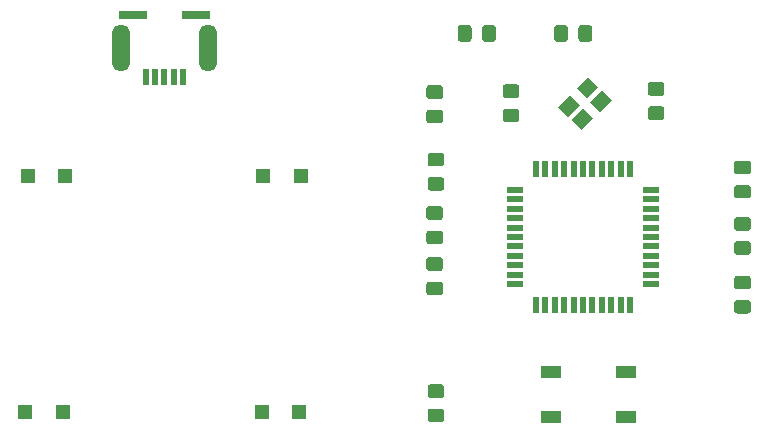
<source format=gbp>
G04 #@! TF.GenerationSoftware,KiCad,Pcbnew,(5.1.5)-3*
G04 #@! TF.CreationDate,2020-04-12T12:06:53+02:00*
G04 #@! TF.ProjectId,4Keys,344b6579-732e-46b6-9963-61645f706362,rev?*
G04 #@! TF.SameCoordinates,Original*
G04 #@! TF.FileFunction,Paste,Bot*
G04 #@! TF.FilePolarity,Positive*
%FSLAX46Y46*%
G04 Gerber Fmt 4.6, Leading zero omitted, Abs format (unit mm)*
G04 Created by KiCad (PCBNEW (5.1.5)-3) date 2020-04-12 12:06:53*
%MOMM*%
%LPD*%
G04 APERTURE LIST*
%ADD10C,0.100000*%
%ADD11R,1.200000X1.200000*%
%ADD12R,2.350000X0.800000*%
%ADD13R,0.500000X1.400000*%
%ADD14O,1.500000X4.000000*%
%ADD15R,1.700000X1.000000*%
%ADD16R,0.508000X1.473200*%
%ADD17R,1.473200X0.508000*%
G04 APERTURE END LIST*
D10*
G36*
X151224505Y-53613704D02*
G01*
X151248773Y-53617304D01*
X151272572Y-53623265D01*
X151295671Y-53631530D01*
X151317850Y-53642020D01*
X151338893Y-53654632D01*
X151358599Y-53669247D01*
X151376777Y-53685723D01*
X151393253Y-53703901D01*
X151407868Y-53723607D01*
X151420480Y-53744650D01*
X151430970Y-53766829D01*
X151439235Y-53789928D01*
X151445196Y-53813727D01*
X151448796Y-53837995D01*
X151450000Y-53862499D01*
X151450000Y-54512501D01*
X151448796Y-54537005D01*
X151445196Y-54561273D01*
X151439235Y-54585072D01*
X151430970Y-54608171D01*
X151420480Y-54630350D01*
X151407868Y-54651393D01*
X151393253Y-54671099D01*
X151376777Y-54689277D01*
X151358599Y-54705753D01*
X151338893Y-54720368D01*
X151317850Y-54732980D01*
X151295671Y-54743470D01*
X151272572Y-54751735D01*
X151248773Y-54757696D01*
X151224505Y-54761296D01*
X151200001Y-54762500D01*
X150299999Y-54762500D01*
X150275495Y-54761296D01*
X150251227Y-54757696D01*
X150227428Y-54751735D01*
X150204329Y-54743470D01*
X150182150Y-54732980D01*
X150161107Y-54720368D01*
X150141401Y-54705753D01*
X150123223Y-54689277D01*
X150106747Y-54671099D01*
X150092132Y-54651393D01*
X150079520Y-54630350D01*
X150069030Y-54608171D01*
X150060765Y-54585072D01*
X150054804Y-54561273D01*
X150051204Y-54537005D01*
X150050000Y-54512501D01*
X150050000Y-53862499D01*
X150051204Y-53837995D01*
X150054804Y-53813727D01*
X150060765Y-53789928D01*
X150069030Y-53766829D01*
X150079520Y-53744650D01*
X150092132Y-53723607D01*
X150106747Y-53703901D01*
X150123223Y-53685723D01*
X150141401Y-53669247D01*
X150161107Y-53654632D01*
X150182150Y-53642020D01*
X150204329Y-53631530D01*
X150227428Y-53623265D01*
X150251227Y-53617304D01*
X150275495Y-53613704D01*
X150299999Y-53612500D01*
X151200001Y-53612500D01*
X151224505Y-53613704D01*
G37*
G36*
X151224505Y-51563704D02*
G01*
X151248773Y-51567304D01*
X151272572Y-51573265D01*
X151295671Y-51581530D01*
X151317850Y-51592020D01*
X151338893Y-51604632D01*
X151358599Y-51619247D01*
X151376777Y-51635723D01*
X151393253Y-51653901D01*
X151407868Y-51673607D01*
X151420480Y-51694650D01*
X151430970Y-51716829D01*
X151439235Y-51739928D01*
X151445196Y-51763727D01*
X151448796Y-51787995D01*
X151450000Y-51812499D01*
X151450000Y-52462501D01*
X151448796Y-52487005D01*
X151445196Y-52511273D01*
X151439235Y-52535072D01*
X151430970Y-52558171D01*
X151420480Y-52580350D01*
X151407868Y-52601393D01*
X151393253Y-52621099D01*
X151376777Y-52639277D01*
X151358599Y-52655753D01*
X151338893Y-52670368D01*
X151317850Y-52682980D01*
X151295671Y-52693470D01*
X151272572Y-52701735D01*
X151248773Y-52707696D01*
X151224505Y-52711296D01*
X151200001Y-52712500D01*
X150299999Y-52712500D01*
X150275495Y-52711296D01*
X150251227Y-52707696D01*
X150227428Y-52701735D01*
X150204329Y-52693470D01*
X150182150Y-52682980D01*
X150161107Y-52670368D01*
X150141401Y-52655753D01*
X150123223Y-52639277D01*
X150106747Y-52621099D01*
X150092132Y-52601393D01*
X150079520Y-52580350D01*
X150069030Y-52558171D01*
X150060765Y-52535072D01*
X150054804Y-52511273D01*
X150051204Y-52487005D01*
X150050000Y-52462501D01*
X150050000Y-51812499D01*
X150051204Y-51787995D01*
X150054804Y-51763727D01*
X150060765Y-51739928D01*
X150069030Y-51716829D01*
X150079520Y-51694650D01*
X150092132Y-51673607D01*
X150106747Y-51653901D01*
X150123223Y-51635723D01*
X150141401Y-51619247D01*
X150161107Y-51604632D01*
X150182150Y-51592020D01*
X150204329Y-51581530D01*
X150227428Y-51573265D01*
X150251227Y-51567304D01*
X150275495Y-51563704D01*
X150299999Y-51562500D01*
X151200001Y-51562500D01*
X151224505Y-51563704D01*
G37*
G36*
X163505755Y-51376204D02*
G01*
X163530023Y-51379804D01*
X163553822Y-51385765D01*
X163576921Y-51394030D01*
X163599100Y-51404520D01*
X163620143Y-51417132D01*
X163639849Y-51431747D01*
X163658027Y-51448223D01*
X163674503Y-51466401D01*
X163689118Y-51486107D01*
X163701730Y-51507150D01*
X163712220Y-51529329D01*
X163720485Y-51552428D01*
X163726446Y-51576227D01*
X163730046Y-51600495D01*
X163731250Y-51624999D01*
X163731250Y-52275001D01*
X163730046Y-52299505D01*
X163726446Y-52323773D01*
X163720485Y-52347572D01*
X163712220Y-52370671D01*
X163701730Y-52392850D01*
X163689118Y-52413893D01*
X163674503Y-52433599D01*
X163658027Y-52451777D01*
X163639849Y-52468253D01*
X163620143Y-52482868D01*
X163599100Y-52495480D01*
X163576921Y-52505970D01*
X163553822Y-52514235D01*
X163530023Y-52520196D01*
X163505755Y-52523796D01*
X163481251Y-52525000D01*
X162581249Y-52525000D01*
X162556745Y-52523796D01*
X162532477Y-52520196D01*
X162508678Y-52514235D01*
X162485579Y-52505970D01*
X162463400Y-52495480D01*
X162442357Y-52482868D01*
X162422651Y-52468253D01*
X162404473Y-52451777D01*
X162387997Y-52433599D01*
X162373382Y-52413893D01*
X162360770Y-52392850D01*
X162350280Y-52370671D01*
X162342015Y-52347572D01*
X162336054Y-52323773D01*
X162332454Y-52299505D01*
X162331250Y-52275001D01*
X162331250Y-51624999D01*
X162332454Y-51600495D01*
X162336054Y-51576227D01*
X162342015Y-51552428D01*
X162350280Y-51529329D01*
X162360770Y-51507150D01*
X162373382Y-51486107D01*
X162387997Y-51466401D01*
X162404473Y-51448223D01*
X162422651Y-51431747D01*
X162442357Y-51417132D01*
X162463400Y-51404520D01*
X162485579Y-51394030D01*
X162508678Y-51385765D01*
X162532477Y-51379804D01*
X162556745Y-51376204D01*
X162581249Y-51375000D01*
X163481251Y-51375000D01*
X163505755Y-51376204D01*
G37*
G36*
X163505755Y-53426204D02*
G01*
X163530023Y-53429804D01*
X163553822Y-53435765D01*
X163576921Y-53444030D01*
X163599100Y-53454520D01*
X163620143Y-53467132D01*
X163639849Y-53481747D01*
X163658027Y-53498223D01*
X163674503Y-53516401D01*
X163689118Y-53536107D01*
X163701730Y-53557150D01*
X163712220Y-53579329D01*
X163720485Y-53602428D01*
X163726446Y-53626227D01*
X163730046Y-53650495D01*
X163731250Y-53674999D01*
X163731250Y-54325001D01*
X163730046Y-54349505D01*
X163726446Y-54373773D01*
X163720485Y-54397572D01*
X163712220Y-54420671D01*
X163701730Y-54442850D01*
X163689118Y-54463893D01*
X163674503Y-54483599D01*
X163658027Y-54501777D01*
X163639849Y-54518253D01*
X163620143Y-54532868D01*
X163599100Y-54545480D01*
X163576921Y-54555970D01*
X163553822Y-54564235D01*
X163530023Y-54570196D01*
X163505755Y-54573796D01*
X163481251Y-54575000D01*
X162581249Y-54575000D01*
X162556745Y-54573796D01*
X162532477Y-54570196D01*
X162508678Y-54564235D01*
X162485579Y-54555970D01*
X162463400Y-54545480D01*
X162442357Y-54532868D01*
X162422651Y-54518253D01*
X162404473Y-54501777D01*
X162387997Y-54483599D01*
X162373382Y-54463893D01*
X162360770Y-54442850D01*
X162350280Y-54420671D01*
X162342015Y-54397572D01*
X162336054Y-54373773D01*
X162332454Y-54349505D01*
X162331250Y-54325001D01*
X162331250Y-53674999D01*
X162332454Y-53650495D01*
X162336054Y-53626227D01*
X162342015Y-53602428D01*
X162350280Y-53579329D01*
X162360770Y-53557150D01*
X162373382Y-53536107D01*
X162387997Y-53516401D01*
X162404473Y-53498223D01*
X162422651Y-53481747D01*
X162442357Y-53467132D01*
X162463400Y-53454520D01*
X162485579Y-53444030D01*
X162508678Y-53435765D01*
X162532477Y-53429804D01*
X162556745Y-53426204D01*
X162581249Y-53425000D01*
X163481251Y-53425000D01*
X163505755Y-53426204D01*
G37*
G36*
X170818255Y-67769954D02*
G01*
X170842523Y-67773554D01*
X170866322Y-67779515D01*
X170889421Y-67787780D01*
X170911600Y-67798270D01*
X170932643Y-67810882D01*
X170952349Y-67825497D01*
X170970527Y-67841973D01*
X170987003Y-67860151D01*
X171001618Y-67879857D01*
X171014230Y-67900900D01*
X171024720Y-67923079D01*
X171032985Y-67946178D01*
X171038946Y-67969977D01*
X171042546Y-67994245D01*
X171043750Y-68018749D01*
X171043750Y-68668751D01*
X171042546Y-68693255D01*
X171038946Y-68717523D01*
X171032985Y-68741322D01*
X171024720Y-68764421D01*
X171014230Y-68786600D01*
X171001618Y-68807643D01*
X170987003Y-68827349D01*
X170970527Y-68845527D01*
X170952349Y-68862003D01*
X170932643Y-68876618D01*
X170911600Y-68889230D01*
X170889421Y-68899720D01*
X170866322Y-68907985D01*
X170842523Y-68913946D01*
X170818255Y-68917546D01*
X170793751Y-68918750D01*
X169893749Y-68918750D01*
X169869245Y-68917546D01*
X169844977Y-68913946D01*
X169821178Y-68907985D01*
X169798079Y-68899720D01*
X169775900Y-68889230D01*
X169754857Y-68876618D01*
X169735151Y-68862003D01*
X169716973Y-68845527D01*
X169700497Y-68827349D01*
X169685882Y-68807643D01*
X169673270Y-68786600D01*
X169662780Y-68764421D01*
X169654515Y-68741322D01*
X169648554Y-68717523D01*
X169644954Y-68693255D01*
X169643750Y-68668751D01*
X169643750Y-68018749D01*
X169644954Y-67994245D01*
X169648554Y-67969977D01*
X169654515Y-67946178D01*
X169662780Y-67923079D01*
X169673270Y-67900900D01*
X169685882Y-67879857D01*
X169700497Y-67860151D01*
X169716973Y-67841973D01*
X169735151Y-67825497D01*
X169754857Y-67810882D01*
X169775900Y-67798270D01*
X169798079Y-67787780D01*
X169821178Y-67779515D01*
X169844977Y-67773554D01*
X169869245Y-67769954D01*
X169893749Y-67768750D01*
X170793751Y-67768750D01*
X170818255Y-67769954D01*
G37*
G36*
X170818255Y-69819954D02*
G01*
X170842523Y-69823554D01*
X170866322Y-69829515D01*
X170889421Y-69837780D01*
X170911600Y-69848270D01*
X170932643Y-69860882D01*
X170952349Y-69875497D01*
X170970527Y-69891973D01*
X170987003Y-69910151D01*
X171001618Y-69929857D01*
X171014230Y-69950900D01*
X171024720Y-69973079D01*
X171032985Y-69996178D01*
X171038946Y-70019977D01*
X171042546Y-70044245D01*
X171043750Y-70068749D01*
X171043750Y-70718751D01*
X171042546Y-70743255D01*
X171038946Y-70767523D01*
X171032985Y-70791322D01*
X171024720Y-70814421D01*
X171014230Y-70836600D01*
X171001618Y-70857643D01*
X170987003Y-70877349D01*
X170970527Y-70895527D01*
X170952349Y-70912003D01*
X170932643Y-70926618D01*
X170911600Y-70939230D01*
X170889421Y-70949720D01*
X170866322Y-70957985D01*
X170842523Y-70963946D01*
X170818255Y-70967546D01*
X170793751Y-70968750D01*
X169893749Y-70968750D01*
X169869245Y-70967546D01*
X169844977Y-70963946D01*
X169821178Y-70957985D01*
X169798079Y-70949720D01*
X169775900Y-70939230D01*
X169754857Y-70926618D01*
X169735151Y-70912003D01*
X169716973Y-70895527D01*
X169700497Y-70877349D01*
X169685882Y-70857643D01*
X169673270Y-70836600D01*
X169662780Y-70814421D01*
X169654515Y-70791322D01*
X169648554Y-70767523D01*
X169644954Y-70743255D01*
X169643750Y-70718751D01*
X169643750Y-70068749D01*
X169644954Y-70044245D01*
X169648554Y-70019977D01*
X169654515Y-69996178D01*
X169662780Y-69973079D01*
X169673270Y-69950900D01*
X169685882Y-69929857D01*
X169700497Y-69910151D01*
X169716973Y-69891973D01*
X169735151Y-69875497D01*
X169754857Y-69860882D01*
X169775900Y-69848270D01*
X169798079Y-69837780D01*
X169821178Y-69829515D01*
X169844977Y-69823554D01*
X169869245Y-69819954D01*
X169893749Y-69818750D01*
X170793751Y-69818750D01*
X170818255Y-69819954D01*
G37*
G36*
X170818255Y-60076204D02*
G01*
X170842523Y-60079804D01*
X170866322Y-60085765D01*
X170889421Y-60094030D01*
X170911600Y-60104520D01*
X170932643Y-60117132D01*
X170952349Y-60131747D01*
X170970527Y-60148223D01*
X170987003Y-60166401D01*
X171001618Y-60186107D01*
X171014230Y-60207150D01*
X171024720Y-60229329D01*
X171032985Y-60252428D01*
X171038946Y-60276227D01*
X171042546Y-60300495D01*
X171043750Y-60324999D01*
X171043750Y-60975001D01*
X171042546Y-60999505D01*
X171038946Y-61023773D01*
X171032985Y-61047572D01*
X171024720Y-61070671D01*
X171014230Y-61092850D01*
X171001618Y-61113893D01*
X170987003Y-61133599D01*
X170970527Y-61151777D01*
X170952349Y-61168253D01*
X170932643Y-61182868D01*
X170911600Y-61195480D01*
X170889421Y-61205970D01*
X170866322Y-61214235D01*
X170842523Y-61220196D01*
X170818255Y-61223796D01*
X170793751Y-61225000D01*
X169893749Y-61225000D01*
X169869245Y-61223796D01*
X169844977Y-61220196D01*
X169821178Y-61214235D01*
X169798079Y-61205970D01*
X169775900Y-61195480D01*
X169754857Y-61182868D01*
X169735151Y-61168253D01*
X169716973Y-61151777D01*
X169700497Y-61133599D01*
X169685882Y-61113893D01*
X169673270Y-61092850D01*
X169662780Y-61070671D01*
X169654515Y-61047572D01*
X169648554Y-61023773D01*
X169644954Y-60999505D01*
X169643750Y-60975001D01*
X169643750Y-60324999D01*
X169644954Y-60300495D01*
X169648554Y-60276227D01*
X169654515Y-60252428D01*
X169662780Y-60229329D01*
X169673270Y-60207150D01*
X169685882Y-60186107D01*
X169700497Y-60166401D01*
X169716973Y-60148223D01*
X169735151Y-60131747D01*
X169754857Y-60117132D01*
X169775900Y-60104520D01*
X169798079Y-60094030D01*
X169821178Y-60085765D01*
X169844977Y-60079804D01*
X169869245Y-60076204D01*
X169893749Y-60075000D01*
X170793751Y-60075000D01*
X170818255Y-60076204D01*
G37*
G36*
X170818255Y-58026204D02*
G01*
X170842523Y-58029804D01*
X170866322Y-58035765D01*
X170889421Y-58044030D01*
X170911600Y-58054520D01*
X170932643Y-58067132D01*
X170952349Y-58081747D01*
X170970527Y-58098223D01*
X170987003Y-58116401D01*
X171001618Y-58136107D01*
X171014230Y-58157150D01*
X171024720Y-58179329D01*
X171032985Y-58202428D01*
X171038946Y-58226227D01*
X171042546Y-58250495D01*
X171043750Y-58274999D01*
X171043750Y-58925001D01*
X171042546Y-58949505D01*
X171038946Y-58973773D01*
X171032985Y-58997572D01*
X171024720Y-59020671D01*
X171014230Y-59042850D01*
X171001618Y-59063893D01*
X170987003Y-59083599D01*
X170970527Y-59101777D01*
X170952349Y-59118253D01*
X170932643Y-59132868D01*
X170911600Y-59145480D01*
X170889421Y-59155970D01*
X170866322Y-59164235D01*
X170842523Y-59170196D01*
X170818255Y-59173796D01*
X170793751Y-59175000D01*
X169893749Y-59175000D01*
X169869245Y-59173796D01*
X169844977Y-59170196D01*
X169821178Y-59164235D01*
X169798079Y-59155970D01*
X169775900Y-59145480D01*
X169754857Y-59132868D01*
X169735151Y-59118253D01*
X169716973Y-59101777D01*
X169700497Y-59083599D01*
X169685882Y-59063893D01*
X169673270Y-59042850D01*
X169662780Y-59020671D01*
X169654515Y-58997572D01*
X169648554Y-58973773D01*
X169644954Y-58949505D01*
X169643750Y-58925001D01*
X169643750Y-58274999D01*
X169644954Y-58250495D01*
X169648554Y-58226227D01*
X169654515Y-58202428D01*
X169662780Y-58179329D01*
X169673270Y-58157150D01*
X169685882Y-58136107D01*
X169700497Y-58116401D01*
X169716973Y-58098223D01*
X169735151Y-58081747D01*
X169754857Y-58067132D01*
X169775900Y-58054520D01*
X169798079Y-58044030D01*
X169821178Y-58035765D01*
X169844977Y-58029804D01*
X169869245Y-58026204D01*
X169893749Y-58025000D01*
X170793751Y-58025000D01*
X170818255Y-58026204D01*
G37*
G36*
X144849505Y-59413704D02*
G01*
X144873773Y-59417304D01*
X144897572Y-59423265D01*
X144920671Y-59431530D01*
X144942850Y-59442020D01*
X144963893Y-59454632D01*
X144983599Y-59469247D01*
X145001777Y-59485723D01*
X145018253Y-59503901D01*
X145032868Y-59523607D01*
X145045480Y-59544650D01*
X145055970Y-59566829D01*
X145064235Y-59589928D01*
X145070196Y-59613727D01*
X145073796Y-59637995D01*
X145075000Y-59662499D01*
X145075000Y-60312501D01*
X145073796Y-60337005D01*
X145070196Y-60361273D01*
X145064235Y-60385072D01*
X145055970Y-60408171D01*
X145045480Y-60430350D01*
X145032868Y-60451393D01*
X145018253Y-60471099D01*
X145001777Y-60489277D01*
X144983599Y-60505753D01*
X144963893Y-60520368D01*
X144942850Y-60532980D01*
X144920671Y-60543470D01*
X144897572Y-60551735D01*
X144873773Y-60557696D01*
X144849505Y-60561296D01*
X144825001Y-60562500D01*
X143924999Y-60562500D01*
X143900495Y-60561296D01*
X143876227Y-60557696D01*
X143852428Y-60551735D01*
X143829329Y-60543470D01*
X143807150Y-60532980D01*
X143786107Y-60520368D01*
X143766401Y-60505753D01*
X143748223Y-60489277D01*
X143731747Y-60471099D01*
X143717132Y-60451393D01*
X143704520Y-60430350D01*
X143694030Y-60408171D01*
X143685765Y-60385072D01*
X143679804Y-60361273D01*
X143676204Y-60337005D01*
X143675000Y-60312501D01*
X143675000Y-59662499D01*
X143676204Y-59637995D01*
X143679804Y-59613727D01*
X143685765Y-59589928D01*
X143694030Y-59566829D01*
X143704520Y-59544650D01*
X143717132Y-59523607D01*
X143731747Y-59503901D01*
X143748223Y-59485723D01*
X143766401Y-59469247D01*
X143786107Y-59454632D01*
X143807150Y-59442020D01*
X143829329Y-59431530D01*
X143852428Y-59423265D01*
X143876227Y-59417304D01*
X143900495Y-59413704D01*
X143924999Y-59412500D01*
X144825001Y-59412500D01*
X144849505Y-59413704D01*
G37*
G36*
X144849505Y-57363704D02*
G01*
X144873773Y-57367304D01*
X144897572Y-57373265D01*
X144920671Y-57381530D01*
X144942850Y-57392020D01*
X144963893Y-57404632D01*
X144983599Y-57419247D01*
X145001777Y-57435723D01*
X145018253Y-57453901D01*
X145032868Y-57473607D01*
X145045480Y-57494650D01*
X145055970Y-57516829D01*
X145064235Y-57539928D01*
X145070196Y-57563727D01*
X145073796Y-57587995D01*
X145075000Y-57612499D01*
X145075000Y-58262501D01*
X145073796Y-58287005D01*
X145070196Y-58311273D01*
X145064235Y-58335072D01*
X145055970Y-58358171D01*
X145045480Y-58380350D01*
X145032868Y-58401393D01*
X145018253Y-58421099D01*
X145001777Y-58439277D01*
X144983599Y-58455753D01*
X144963893Y-58470368D01*
X144942850Y-58482980D01*
X144920671Y-58493470D01*
X144897572Y-58501735D01*
X144873773Y-58507696D01*
X144849505Y-58511296D01*
X144825001Y-58512500D01*
X143924999Y-58512500D01*
X143900495Y-58511296D01*
X143876227Y-58507696D01*
X143852428Y-58501735D01*
X143829329Y-58493470D01*
X143807150Y-58482980D01*
X143786107Y-58470368D01*
X143766401Y-58455753D01*
X143748223Y-58439277D01*
X143731747Y-58421099D01*
X143717132Y-58401393D01*
X143704520Y-58380350D01*
X143694030Y-58358171D01*
X143685765Y-58335072D01*
X143679804Y-58311273D01*
X143676204Y-58287005D01*
X143675000Y-58262501D01*
X143675000Y-57612499D01*
X143676204Y-57587995D01*
X143679804Y-57563727D01*
X143685765Y-57539928D01*
X143694030Y-57516829D01*
X143704520Y-57494650D01*
X143717132Y-57473607D01*
X143731747Y-57453901D01*
X143748223Y-57435723D01*
X143766401Y-57419247D01*
X143786107Y-57404632D01*
X143807150Y-57392020D01*
X143829329Y-57381530D01*
X143852428Y-57373265D01*
X143876227Y-57367304D01*
X143900495Y-57363704D01*
X143924999Y-57362500D01*
X144825001Y-57362500D01*
X144849505Y-57363704D01*
G37*
G36*
X144755755Y-51651204D02*
G01*
X144780023Y-51654804D01*
X144803822Y-51660765D01*
X144826921Y-51669030D01*
X144849100Y-51679520D01*
X144870143Y-51692132D01*
X144889849Y-51706747D01*
X144908027Y-51723223D01*
X144924503Y-51741401D01*
X144939118Y-51761107D01*
X144951730Y-51782150D01*
X144962220Y-51804329D01*
X144970485Y-51827428D01*
X144976446Y-51851227D01*
X144980046Y-51875495D01*
X144981250Y-51899999D01*
X144981250Y-52550001D01*
X144980046Y-52574505D01*
X144976446Y-52598773D01*
X144970485Y-52622572D01*
X144962220Y-52645671D01*
X144951730Y-52667850D01*
X144939118Y-52688893D01*
X144924503Y-52708599D01*
X144908027Y-52726777D01*
X144889849Y-52743253D01*
X144870143Y-52757868D01*
X144849100Y-52770480D01*
X144826921Y-52780970D01*
X144803822Y-52789235D01*
X144780023Y-52795196D01*
X144755755Y-52798796D01*
X144731251Y-52800000D01*
X143831249Y-52800000D01*
X143806745Y-52798796D01*
X143782477Y-52795196D01*
X143758678Y-52789235D01*
X143735579Y-52780970D01*
X143713400Y-52770480D01*
X143692357Y-52757868D01*
X143672651Y-52743253D01*
X143654473Y-52726777D01*
X143637997Y-52708599D01*
X143623382Y-52688893D01*
X143610770Y-52667850D01*
X143600280Y-52645671D01*
X143592015Y-52622572D01*
X143586054Y-52598773D01*
X143582454Y-52574505D01*
X143581250Y-52550001D01*
X143581250Y-51899999D01*
X143582454Y-51875495D01*
X143586054Y-51851227D01*
X143592015Y-51827428D01*
X143600280Y-51804329D01*
X143610770Y-51782150D01*
X143623382Y-51761107D01*
X143637997Y-51741401D01*
X143654473Y-51723223D01*
X143672651Y-51706747D01*
X143692357Y-51692132D01*
X143713400Y-51679520D01*
X143735579Y-51669030D01*
X143758678Y-51660765D01*
X143782477Y-51654804D01*
X143806745Y-51651204D01*
X143831249Y-51650000D01*
X144731251Y-51650000D01*
X144755755Y-51651204D01*
G37*
G36*
X144755755Y-53701204D02*
G01*
X144780023Y-53704804D01*
X144803822Y-53710765D01*
X144826921Y-53719030D01*
X144849100Y-53729520D01*
X144870143Y-53742132D01*
X144889849Y-53756747D01*
X144908027Y-53773223D01*
X144924503Y-53791401D01*
X144939118Y-53811107D01*
X144951730Y-53832150D01*
X144962220Y-53854329D01*
X144970485Y-53877428D01*
X144976446Y-53901227D01*
X144980046Y-53925495D01*
X144981250Y-53949999D01*
X144981250Y-54600001D01*
X144980046Y-54624505D01*
X144976446Y-54648773D01*
X144970485Y-54672572D01*
X144962220Y-54695671D01*
X144951730Y-54717850D01*
X144939118Y-54738893D01*
X144924503Y-54758599D01*
X144908027Y-54776777D01*
X144889849Y-54793253D01*
X144870143Y-54807868D01*
X144849100Y-54820480D01*
X144826921Y-54830970D01*
X144803822Y-54839235D01*
X144780023Y-54845196D01*
X144755755Y-54848796D01*
X144731251Y-54850000D01*
X143831249Y-54850000D01*
X143806745Y-54848796D01*
X143782477Y-54845196D01*
X143758678Y-54839235D01*
X143735579Y-54830970D01*
X143713400Y-54820480D01*
X143692357Y-54807868D01*
X143672651Y-54793253D01*
X143654473Y-54776777D01*
X143637997Y-54758599D01*
X143623382Y-54738893D01*
X143610770Y-54717850D01*
X143600280Y-54695671D01*
X143592015Y-54672572D01*
X143586054Y-54648773D01*
X143582454Y-54624505D01*
X143581250Y-54600001D01*
X143581250Y-53949999D01*
X143582454Y-53925495D01*
X143586054Y-53901227D01*
X143592015Y-53877428D01*
X143600280Y-53854329D01*
X143610770Y-53832150D01*
X143623382Y-53811107D01*
X143637997Y-53791401D01*
X143654473Y-53773223D01*
X143672651Y-53756747D01*
X143692357Y-53742132D01*
X143713400Y-53729520D01*
X143735579Y-53719030D01*
X143758678Y-53710765D01*
X143782477Y-53704804D01*
X143806745Y-53701204D01*
X143831249Y-53700000D01*
X144731251Y-53700000D01*
X144755755Y-53701204D01*
G37*
G36*
X144746505Y-68260204D02*
G01*
X144770773Y-68263804D01*
X144794572Y-68269765D01*
X144817671Y-68278030D01*
X144839850Y-68288520D01*
X144860893Y-68301132D01*
X144880599Y-68315747D01*
X144898777Y-68332223D01*
X144915253Y-68350401D01*
X144929868Y-68370107D01*
X144942480Y-68391150D01*
X144952970Y-68413329D01*
X144961235Y-68436428D01*
X144967196Y-68460227D01*
X144970796Y-68484495D01*
X144972000Y-68508999D01*
X144972000Y-69159001D01*
X144970796Y-69183505D01*
X144967196Y-69207773D01*
X144961235Y-69231572D01*
X144952970Y-69254671D01*
X144942480Y-69276850D01*
X144929868Y-69297893D01*
X144915253Y-69317599D01*
X144898777Y-69335777D01*
X144880599Y-69352253D01*
X144860893Y-69366868D01*
X144839850Y-69379480D01*
X144817671Y-69389970D01*
X144794572Y-69398235D01*
X144770773Y-69404196D01*
X144746505Y-69407796D01*
X144722001Y-69409000D01*
X143821999Y-69409000D01*
X143797495Y-69407796D01*
X143773227Y-69404196D01*
X143749428Y-69398235D01*
X143726329Y-69389970D01*
X143704150Y-69379480D01*
X143683107Y-69366868D01*
X143663401Y-69352253D01*
X143645223Y-69335777D01*
X143628747Y-69317599D01*
X143614132Y-69297893D01*
X143601520Y-69276850D01*
X143591030Y-69254671D01*
X143582765Y-69231572D01*
X143576804Y-69207773D01*
X143573204Y-69183505D01*
X143572000Y-69159001D01*
X143572000Y-68508999D01*
X143573204Y-68484495D01*
X143576804Y-68460227D01*
X143582765Y-68436428D01*
X143591030Y-68413329D01*
X143601520Y-68391150D01*
X143614132Y-68370107D01*
X143628747Y-68350401D01*
X143645223Y-68332223D01*
X143663401Y-68315747D01*
X143683107Y-68301132D01*
X143704150Y-68288520D01*
X143726329Y-68278030D01*
X143749428Y-68269765D01*
X143773227Y-68263804D01*
X143797495Y-68260204D01*
X143821999Y-68259000D01*
X144722001Y-68259000D01*
X144746505Y-68260204D01*
G37*
G36*
X144746505Y-66210204D02*
G01*
X144770773Y-66213804D01*
X144794572Y-66219765D01*
X144817671Y-66228030D01*
X144839850Y-66238520D01*
X144860893Y-66251132D01*
X144880599Y-66265747D01*
X144898777Y-66282223D01*
X144915253Y-66300401D01*
X144929868Y-66320107D01*
X144942480Y-66341150D01*
X144952970Y-66363329D01*
X144961235Y-66386428D01*
X144967196Y-66410227D01*
X144970796Y-66434495D01*
X144972000Y-66458999D01*
X144972000Y-67109001D01*
X144970796Y-67133505D01*
X144967196Y-67157773D01*
X144961235Y-67181572D01*
X144952970Y-67204671D01*
X144942480Y-67226850D01*
X144929868Y-67247893D01*
X144915253Y-67267599D01*
X144898777Y-67285777D01*
X144880599Y-67302253D01*
X144860893Y-67316868D01*
X144839850Y-67329480D01*
X144817671Y-67339970D01*
X144794572Y-67348235D01*
X144770773Y-67354196D01*
X144746505Y-67357796D01*
X144722001Y-67359000D01*
X143821999Y-67359000D01*
X143797495Y-67357796D01*
X143773227Y-67354196D01*
X143749428Y-67348235D01*
X143726329Y-67339970D01*
X143704150Y-67329480D01*
X143683107Y-67316868D01*
X143663401Y-67302253D01*
X143645223Y-67285777D01*
X143628747Y-67267599D01*
X143614132Y-67247893D01*
X143601520Y-67226850D01*
X143591030Y-67204671D01*
X143582765Y-67181572D01*
X143576804Y-67157773D01*
X143573204Y-67133505D01*
X143572000Y-67109001D01*
X143572000Y-66458999D01*
X143573204Y-66434495D01*
X143576804Y-66410227D01*
X143582765Y-66386428D01*
X143591030Y-66363329D01*
X143601520Y-66341150D01*
X143614132Y-66320107D01*
X143628747Y-66300401D01*
X143645223Y-66282223D01*
X143663401Y-66265747D01*
X143683107Y-66251132D01*
X143704150Y-66238520D01*
X143726329Y-66228030D01*
X143749428Y-66219765D01*
X143773227Y-66213804D01*
X143797495Y-66210204D01*
X143821999Y-66209000D01*
X144722001Y-66209000D01*
X144746505Y-66210204D01*
G37*
G36*
X144746505Y-61892204D02*
G01*
X144770773Y-61895804D01*
X144794572Y-61901765D01*
X144817671Y-61910030D01*
X144839850Y-61920520D01*
X144860893Y-61933132D01*
X144880599Y-61947747D01*
X144898777Y-61964223D01*
X144915253Y-61982401D01*
X144929868Y-62002107D01*
X144942480Y-62023150D01*
X144952970Y-62045329D01*
X144961235Y-62068428D01*
X144967196Y-62092227D01*
X144970796Y-62116495D01*
X144972000Y-62140999D01*
X144972000Y-62791001D01*
X144970796Y-62815505D01*
X144967196Y-62839773D01*
X144961235Y-62863572D01*
X144952970Y-62886671D01*
X144942480Y-62908850D01*
X144929868Y-62929893D01*
X144915253Y-62949599D01*
X144898777Y-62967777D01*
X144880599Y-62984253D01*
X144860893Y-62998868D01*
X144839850Y-63011480D01*
X144817671Y-63021970D01*
X144794572Y-63030235D01*
X144770773Y-63036196D01*
X144746505Y-63039796D01*
X144722001Y-63041000D01*
X143821999Y-63041000D01*
X143797495Y-63039796D01*
X143773227Y-63036196D01*
X143749428Y-63030235D01*
X143726329Y-63021970D01*
X143704150Y-63011480D01*
X143683107Y-62998868D01*
X143663401Y-62984253D01*
X143645223Y-62967777D01*
X143628747Y-62949599D01*
X143614132Y-62929893D01*
X143601520Y-62908850D01*
X143591030Y-62886671D01*
X143582765Y-62863572D01*
X143576804Y-62839773D01*
X143573204Y-62815505D01*
X143572000Y-62791001D01*
X143572000Y-62140999D01*
X143573204Y-62116495D01*
X143576804Y-62092227D01*
X143582765Y-62068428D01*
X143591030Y-62045329D01*
X143601520Y-62023150D01*
X143614132Y-62002107D01*
X143628747Y-61982401D01*
X143645223Y-61964223D01*
X143663401Y-61947747D01*
X143683107Y-61933132D01*
X143704150Y-61920520D01*
X143726329Y-61910030D01*
X143749428Y-61901765D01*
X143773227Y-61895804D01*
X143797495Y-61892204D01*
X143821999Y-61891000D01*
X144722001Y-61891000D01*
X144746505Y-61892204D01*
G37*
G36*
X144746505Y-63942204D02*
G01*
X144770773Y-63945804D01*
X144794572Y-63951765D01*
X144817671Y-63960030D01*
X144839850Y-63970520D01*
X144860893Y-63983132D01*
X144880599Y-63997747D01*
X144898777Y-64014223D01*
X144915253Y-64032401D01*
X144929868Y-64052107D01*
X144942480Y-64073150D01*
X144952970Y-64095329D01*
X144961235Y-64118428D01*
X144967196Y-64142227D01*
X144970796Y-64166495D01*
X144972000Y-64190999D01*
X144972000Y-64841001D01*
X144970796Y-64865505D01*
X144967196Y-64889773D01*
X144961235Y-64913572D01*
X144952970Y-64936671D01*
X144942480Y-64958850D01*
X144929868Y-64979893D01*
X144915253Y-64999599D01*
X144898777Y-65017777D01*
X144880599Y-65034253D01*
X144860893Y-65048868D01*
X144839850Y-65061480D01*
X144817671Y-65071970D01*
X144794572Y-65080235D01*
X144770773Y-65086196D01*
X144746505Y-65089796D01*
X144722001Y-65091000D01*
X143821999Y-65091000D01*
X143797495Y-65089796D01*
X143773227Y-65086196D01*
X143749428Y-65080235D01*
X143726329Y-65071970D01*
X143704150Y-65061480D01*
X143683107Y-65048868D01*
X143663401Y-65034253D01*
X143645223Y-65017777D01*
X143628747Y-64999599D01*
X143614132Y-64979893D01*
X143601520Y-64958850D01*
X143591030Y-64936671D01*
X143582765Y-64913572D01*
X143576804Y-64889773D01*
X143573204Y-64865505D01*
X143572000Y-64841001D01*
X143572000Y-64190999D01*
X143573204Y-64166495D01*
X143576804Y-64142227D01*
X143582765Y-64118428D01*
X143591030Y-64095329D01*
X143601520Y-64073150D01*
X143614132Y-64052107D01*
X143628747Y-64032401D01*
X143645223Y-64014223D01*
X143663401Y-63997747D01*
X143683107Y-63983132D01*
X143704150Y-63970520D01*
X143726329Y-63960030D01*
X143749428Y-63951765D01*
X143773227Y-63945804D01*
X143797495Y-63942204D01*
X143821999Y-63941000D01*
X144722001Y-63941000D01*
X144746505Y-63942204D01*
G37*
D11*
X112968750Y-59343750D03*
X109818750Y-59343750D03*
X112781250Y-79312500D03*
X109631250Y-79312500D03*
X129787500Y-59343750D03*
X132937500Y-59343750D03*
X129675000Y-79312500D03*
X132825000Y-79312500D03*
D12*
X124081250Y-45706250D03*
X118731250Y-45706250D03*
D13*
X119806250Y-50906250D03*
X120606250Y-50906250D03*
X121406250Y-50906250D03*
X122206250Y-50906250D03*
X123006250Y-50906250D03*
D14*
X117756250Y-48506250D03*
X125056250Y-48506250D03*
D10*
G36*
X144849505Y-76963704D02*
G01*
X144873773Y-76967304D01*
X144897572Y-76973265D01*
X144920671Y-76981530D01*
X144942850Y-76992020D01*
X144963893Y-77004632D01*
X144983599Y-77019247D01*
X145001777Y-77035723D01*
X145018253Y-77053901D01*
X145032868Y-77073607D01*
X145045480Y-77094650D01*
X145055970Y-77116829D01*
X145064235Y-77139928D01*
X145070196Y-77163727D01*
X145073796Y-77187995D01*
X145075000Y-77212499D01*
X145075000Y-77862501D01*
X145073796Y-77887005D01*
X145070196Y-77911273D01*
X145064235Y-77935072D01*
X145055970Y-77958171D01*
X145045480Y-77980350D01*
X145032868Y-78001393D01*
X145018253Y-78021099D01*
X145001777Y-78039277D01*
X144983599Y-78055753D01*
X144963893Y-78070368D01*
X144942850Y-78082980D01*
X144920671Y-78093470D01*
X144897572Y-78101735D01*
X144873773Y-78107696D01*
X144849505Y-78111296D01*
X144825001Y-78112500D01*
X143924999Y-78112500D01*
X143900495Y-78111296D01*
X143876227Y-78107696D01*
X143852428Y-78101735D01*
X143829329Y-78093470D01*
X143807150Y-78082980D01*
X143786107Y-78070368D01*
X143766401Y-78055753D01*
X143748223Y-78039277D01*
X143731747Y-78021099D01*
X143717132Y-78001393D01*
X143704520Y-77980350D01*
X143694030Y-77958171D01*
X143685765Y-77935072D01*
X143679804Y-77911273D01*
X143676204Y-77887005D01*
X143675000Y-77862501D01*
X143675000Y-77212499D01*
X143676204Y-77187995D01*
X143679804Y-77163727D01*
X143685765Y-77139928D01*
X143694030Y-77116829D01*
X143704520Y-77094650D01*
X143717132Y-77073607D01*
X143731747Y-77053901D01*
X143748223Y-77035723D01*
X143766401Y-77019247D01*
X143786107Y-77004632D01*
X143807150Y-76992020D01*
X143829329Y-76981530D01*
X143852428Y-76973265D01*
X143876227Y-76967304D01*
X143900495Y-76963704D01*
X143924999Y-76962500D01*
X144825001Y-76962500D01*
X144849505Y-76963704D01*
G37*
G36*
X144849505Y-79013704D02*
G01*
X144873773Y-79017304D01*
X144897572Y-79023265D01*
X144920671Y-79031530D01*
X144942850Y-79042020D01*
X144963893Y-79054632D01*
X144983599Y-79069247D01*
X145001777Y-79085723D01*
X145018253Y-79103901D01*
X145032868Y-79123607D01*
X145045480Y-79144650D01*
X145055970Y-79166829D01*
X145064235Y-79189928D01*
X145070196Y-79213727D01*
X145073796Y-79237995D01*
X145075000Y-79262499D01*
X145075000Y-79912501D01*
X145073796Y-79937005D01*
X145070196Y-79961273D01*
X145064235Y-79985072D01*
X145055970Y-80008171D01*
X145045480Y-80030350D01*
X145032868Y-80051393D01*
X145018253Y-80071099D01*
X145001777Y-80089277D01*
X144983599Y-80105753D01*
X144963893Y-80120368D01*
X144942850Y-80132980D01*
X144920671Y-80143470D01*
X144897572Y-80151735D01*
X144873773Y-80157696D01*
X144849505Y-80161296D01*
X144825001Y-80162500D01*
X143924999Y-80162500D01*
X143900495Y-80161296D01*
X143876227Y-80157696D01*
X143852428Y-80151735D01*
X143829329Y-80143470D01*
X143807150Y-80132980D01*
X143786107Y-80120368D01*
X143766401Y-80105753D01*
X143748223Y-80089277D01*
X143731747Y-80071099D01*
X143717132Y-80051393D01*
X143704520Y-80030350D01*
X143694030Y-80008171D01*
X143685765Y-79985072D01*
X143679804Y-79961273D01*
X143676204Y-79937005D01*
X143675000Y-79912501D01*
X143675000Y-79262499D01*
X143676204Y-79237995D01*
X143679804Y-79213727D01*
X143685765Y-79189928D01*
X143694030Y-79166829D01*
X143704520Y-79144650D01*
X143717132Y-79123607D01*
X143731747Y-79103901D01*
X143748223Y-79085723D01*
X143766401Y-79069247D01*
X143786107Y-79054632D01*
X143807150Y-79042020D01*
X143829329Y-79031530D01*
X143852428Y-79023265D01*
X143876227Y-79017304D01*
X143900495Y-79013704D01*
X143924999Y-79012500D01*
X144825001Y-79012500D01*
X144849505Y-79013704D01*
G37*
G36*
X170818255Y-62807454D02*
G01*
X170842523Y-62811054D01*
X170866322Y-62817015D01*
X170889421Y-62825280D01*
X170911600Y-62835770D01*
X170932643Y-62848382D01*
X170952349Y-62862997D01*
X170970527Y-62879473D01*
X170987003Y-62897651D01*
X171001618Y-62917357D01*
X171014230Y-62938400D01*
X171024720Y-62960579D01*
X171032985Y-62983678D01*
X171038946Y-63007477D01*
X171042546Y-63031745D01*
X171043750Y-63056249D01*
X171043750Y-63706251D01*
X171042546Y-63730755D01*
X171038946Y-63755023D01*
X171032985Y-63778822D01*
X171024720Y-63801921D01*
X171014230Y-63824100D01*
X171001618Y-63845143D01*
X170987003Y-63864849D01*
X170970527Y-63883027D01*
X170952349Y-63899503D01*
X170932643Y-63914118D01*
X170911600Y-63926730D01*
X170889421Y-63937220D01*
X170866322Y-63945485D01*
X170842523Y-63951446D01*
X170818255Y-63955046D01*
X170793751Y-63956250D01*
X169893749Y-63956250D01*
X169869245Y-63955046D01*
X169844977Y-63951446D01*
X169821178Y-63945485D01*
X169798079Y-63937220D01*
X169775900Y-63926730D01*
X169754857Y-63914118D01*
X169735151Y-63899503D01*
X169716973Y-63883027D01*
X169700497Y-63864849D01*
X169685882Y-63845143D01*
X169673270Y-63824100D01*
X169662780Y-63801921D01*
X169654515Y-63778822D01*
X169648554Y-63755023D01*
X169644954Y-63730755D01*
X169643750Y-63706251D01*
X169643750Y-63056249D01*
X169644954Y-63031745D01*
X169648554Y-63007477D01*
X169654515Y-62983678D01*
X169662780Y-62960579D01*
X169673270Y-62938400D01*
X169685882Y-62917357D01*
X169700497Y-62897651D01*
X169716973Y-62879473D01*
X169735151Y-62862997D01*
X169754857Y-62848382D01*
X169775900Y-62835770D01*
X169798079Y-62825280D01*
X169821178Y-62817015D01*
X169844977Y-62811054D01*
X169869245Y-62807454D01*
X169893749Y-62806250D01*
X170793751Y-62806250D01*
X170818255Y-62807454D01*
G37*
G36*
X170818255Y-64857454D02*
G01*
X170842523Y-64861054D01*
X170866322Y-64867015D01*
X170889421Y-64875280D01*
X170911600Y-64885770D01*
X170932643Y-64898382D01*
X170952349Y-64912997D01*
X170970527Y-64929473D01*
X170987003Y-64947651D01*
X171001618Y-64967357D01*
X171014230Y-64988400D01*
X171024720Y-65010579D01*
X171032985Y-65033678D01*
X171038946Y-65057477D01*
X171042546Y-65081745D01*
X171043750Y-65106249D01*
X171043750Y-65756251D01*
X171042546Y-65780755D01*
X171038946Y-65805023D01*
X171032985Y-65828822D01*
X171024720Y-65851921D01*
X171014230Y-65874100D01*
X171001618Y-65895143D01*
X170987003Y-65914849D01*
X170970527Y-65933027D01*
X170952349Y-65949503D01*
X170932643Y-65964118D01*
X170911600Y-65976730D01*
X170889421Y-65987220D01*
X170866322Y-65995485D01*
X170842523Y-66001446D01*
X170818255Y-66005046D01*
X170793751Y-66006250D01*
X169893749Y-66006250D01*
X169869245Y-66005046D01*
X169844977Y-66001446D01*
X169821178Y-65995485D01*
X169798079Y-65987220D01*
X169775900Y-65976730D01*
X169754857Y-65964118D01*
X169735151Y-65949503D01*
X169716973Y-65933027D01*
X169700497Y-65914849D01*
X169685882Y-65895143D01*
X169673270Y-65874100D01*
X169662780Y-65851921D01*
X169654515Y-65828822D01*
X169648554Y-65805023D01*
X169644954Y-65780755D01*
X169643750Y-65756251D01*
X169643750Y-65106249D01*
X169644954Y-65081745D01*
X169648554Y-65057477D01*
X169654515Y-65033678D01*
X169662780Y-65010579D01*
X169673270Y-64988400D01*
X169685882Y-64967357D01*
X169700497Y-64947651D01*
X169716973Y-64929473D01*
X169735151Y-64912997D01*
X169754857Y-64898382D01*
X169775900Y-64885770D01*
X169798079Y-64875280D01*
X169821178Y-64867015D01*
X169844977Y-64861054D01*
X169869245Y-64857454D01*
X169893749Y-64856250D01*
X170793751Y-64856250D01*
X170818255Y-64857454D01*
G37*
G36*
X147174505Y-46551204D02*
G01*
X147198773Y-46554804D01*
X147222572Y-46560765D01*
X147245671Y-46569030D01*
X147267850Y-46579520D01*
X147288893Y-46592132D01*
X147308599Y-46606747D01*
X147326777Y-46623223D01*
X147343253Y-46641401D01*
X147357868Y-46661107D01*
X147370480Y-46682150D01*
X147380970Y-46704329D01*
X147389235Y-46727428D01*
X147395196Y-46751227D01*
X147398796Y-46775495D01*
X147400000Y-46799999D01*
X147400000Y-47700001D01*
X147398796Y-47724505D01*
X147395196Y-47748773D01*
X147389235Y-47772572D01*
X147380970Y-47795671D01*
X147370480Y-47817850D01*
X147357868Y-47838893D01*
X147343253Y-47858599D01*
X147326777Y-47876777D01*
X147308599Y-47893253D01*
X147288893Y-47907868D01*
X147267850Y-47920480D01*
X147245671Y-47930970D01*
X147222572Y-47939235D01*
X147198773Y-47945196D01*
X147174505Y-47948796D01*
X147150001Y-47950000D01*
X146499999Y-47950000D01*
X146475495Y-47948796D01*
X146451227Y-47945196D01*
X146427428Y-47939235D01*
X146404329Y-47930970D01*
X146382150Y-47920480D01*
X146361107Y-47907868D01*
X146341401Y-47893253D01*
X146323223Y-47876777D01*
X146306747Y-47858599D01*
X146292132Y-47838893D01*
X146279520Y-47817850D01*
X146269030Y-47795671D01*
X146260765Y-47772572D01*
X146254804Y-47748773D01*
X146251204Y-47724505D01*
X146250000Y-47700001D01*
X146250000Y-46799999D01*
X146251204Y-46775495D01*
X146254804Y-46751227D01*
X146260765Y-46727428D01*
X146269030Y-46704329D01*
X146279520Y-46682150D01*
X146292132Y-46661107D01*
X146306747Y-46641401D01*
X146323223Y-46623223D01*
X146341401Y-46606747D01*
X146361107Y-46592132D01*
X146382150Y-46579520D01*
X146404329Y-46569030D01*
X146427428Y-46560765D01*
X146451227Y-46554804D01*
X146475495Y-46551204D01*
X146499999Y-46550000D01*
X147150001Y-46550000D01*
X147174505Y-46551204D01*
G37*
G36*
X149224505Y-46551204D02*
G01*
X149248773Y-46554804D01*
X149272572Y-46560765D01*
X149295671Y-46569030D01*
X149317850Y-46579520D01*
X149338893Y-46592132D01*
X149358599Y-46606747D01*
X149376777Y-46623223D01*
X149393253Y-46641401D01*
X149407868Y-46661107D01*
X149420480Y-46682150D01*
X149430970Y-46704329D01*
X149439235Y-46727428D01*
X149445196Y-46751227D01*
X149448796Y-46775495D01*
X149450000Y-46799999D01*
X149450000Y-47700001D01*
X149448796Y-47724505D01*
X149445196Y-47748773D01*
X149439235Y-47772572D01*
X149430970Y-47795671D01*
X149420480Y-47817850D01*
X149407868Y-47838893D01*
X149393253Y-47858599D01*
X149376777Y-47876777D01*
X149358599Y-47893253D01*
X149338893Y-47907868D01*
X149317850Y-47920480D01*
X149295671Y-47930970D01*
X149272572Y-47939235D01*
X149248773Y-47945196D01*
X149224505Y-47948796D01*
X149200001Y-47950000D01*
X148549999Y-47950000D01*
X148525495Y-47948796D01*
X148501227Y-47945196D01*
X148477428Y-47939235D01*
X148454329Y-47930970D01*
X148432150Y-47920480D01*
X148411107Y-47907868D01*
X148391401Y-47893253D01*
X148373223Y-47876777D01*
X148356747Y-47858599D01*
X148342132Y-47838893D01*
X148329520Y-47817850D01*
X148319030Y-47795671D01*
X148310765Y-47772572D01*
X148304804Y-47748773D01*
X148301204Y-47724505D01*
X148300000Y-47700001D01*
X148300000Y-46799999D01*
X148301204Y-46775495D01*
X148304804Y-46751227D01*
X148310765Y-46727428D01*
X148319030Y-46704329D01*
X148329520Y-46682150D01*
X148342132Y-46661107D01*
X148356747Y-46641401D01*
X148373223Y-46623223D01*
X148391401Y-46606747D01*
X148411107Y-46592132D01*
X148432150Y-46579520D01*
X148454329Y-46569030D01*
X148477428Y-46560765D01*
X148501227Y-46554804D01*
X148525495Y-46551204D01*
X148549999Y-46550000D01*
X149200001Y-46550000D01*
X149224505Y-46551204D01*
G37*
G36*
X157380755Y-46551204D02*
G01*
X157405023Y-46554804D01*
X157428822Y-46560765D01*
X157451921Y-46569030D01*
X157474100Y-46579520D01*
X157495143Y-46592132D01*
X157514849Y-46606747D01*
X157533027Y-46623223D01*
X157549503Y-46641401D01*
X157564118Y-46661107D01*
X157576730Y-46682150D01*
X157587220Y-46704329D01*
X157595485Y-46727428D01*
X157601446Y-46751227D01*
X157605046Y-46775495D01*
X157606250Y-46799999D01*
X157606250Y-47700001D01*
X157605046Y-47724505D01*
X157601446Y-47748773D01*
X157595485Y-47772572D01*
X157587220Y-47795671D01*
X157576730Y-47817850D01*
X157564118Y-47838893D01*
X157549503Y-47858599D01*
X157533027Y-47876777D01*
X157514849Y-47893253D01*
X157495143Y-47907868D01*
X157474100Y-47920480D01*
X157451921Y-47930970D01*
X157428822Y-47939235D01*
X157405023Y-47945196D01*
X157380755Y-47948796D01*
X157356251Y-47950000D01*
X156706249Y-47950000D01*
X156681745Y-47948796D01*
X156657477Y-47945196D01*
X156633678Y-47939235D01*
X156610579Y-47930970D01*
X156588400Y-47920480D01*
X156567357Y-47907868D01*
X156547651Y-47893253D01*
X156529473Y-47876777D01*
X156512997Y-47858599D01*
X156498382Y-47838893D01*
X156485770Y-47817850D01*
X156475280Y-47795671D01*
X156467015Y-47772572D01*
X156461054Y-47748773D01*
X156457454Y-47724505D01*
X156456250Y-47700001D01*
X156456250Y-46799999D01*
X156457454Y-46775495D01*
X156461054Y-46751227D01*
X156467015Y-46727428D01*
X156475280Y-46704329D01*
X156485770Y-46682150D01*
X156498382Y-46661107D01*
X156512997Y-46641401D01*
X156529473Y-46623223D01*
X156547651Y-46606747D01*
X156567357Y-46592132D01*
X156588400Y-46579520D01*
X156610579Y-46569030D01*
X156633678Y-46560765D01*
X156657477Y-46554804D01*
X156681745Y-46551204D01*
X156706249Y-46550000D01*
X157356251Y-46550000D01*
X157380755Y-46551204D01*
G37*
G36*
X155330755Y-46551204D02*
G01*
X155355023Y-46554804D01*
X155378822Y-46560765D01*
X155401921Y-46569030D01*
X155424100Y-46579520D01*
X155445143Y-46592132D01*
X155464849Y-46606747D01*
X155483027Y-46623223D01*
X155499503Y-46641401D01*
X155514118Y-46661107D01*
X155526730Y-46682150D01*
X155537220Y-46704329D01*
X155545485Y-46727428D01*
X155551446Y-46751227D01*
X155555046Y-46775495D01*
X155556250Y-46799999D01*
X155556250Y-47700001D01*
X155555046Y-47724505D01*
X155551446Y-47748773D01*
X155545485Y-47772572D01*
X155537220Y-47795671D01*
X155526730Y-47817850D01*
X155514118Y-47838893D01*
X155499503Y-47858599D01*
X155483027Y-47876777D01*
X155464849Y-47893253D01*
X155445143Y-47907868D01*
X155424100Y-47920480D01*
X155401921Y-47930970D01*
X155378822Y-47939235D01*
X155355023Y-47945196D01*
X155330755Y-47948796D01*
X155306251Y-47950000D01*
X154656249Y-47950000D01*
X154631745Y-47948796D01*
X154607477Y-47945196D01*
X154583678Y-47939235D01*
X154560579Y-47930970D01*
X154538400Y-47920480D01*
X154517357Y-47907868D01*
X154497651Y-47893253D01*
X154479473Y-47876777D01*
X154462997Y-47858599D01*
X154448382Y-47838893D01*
X154435770Y-47817850D01*
X154425280Y-47795671D01*
X154417015Y-47772572D01*
X154411054Y-47748773D01*
X154407454Y-47724505D01*
X154406250Y-47700001D01*
X154406250Y-46799999D01*
X154407454Y-46775495D01*
X154411054Y-46751227D01*
X154417015Y-46727428D01*
X154425280Y-46704329D01*
X154435770Y-46682150D01*
X154448382Y-46661107D01*
X154462997Y-46641401D01*
X154479473Y-46623223D01*
X154497651Y-46606747D01*
X154517357Y-46592132D01*
X154538400Y-46579520D01*
X154560579Y-46569030D01*
X154583678Y-46560765D01*
X154607477Y-46554804D01*
X154631745Y-46551204D01*
X154656249Y-46550000D01*
X155306251Y-46550000D01*
X155330755Y-46551204D01*
G37*
D15*
X154162500Y-79712500D03*
X160462500Y-79712500D03*
X154162500Y-75912500D03*
X160462500Y-75912500D03*
D16*
X152855950Y-70240400D03*
X153643350Y-70240400D03*
X154456150Y-70240400D03*
X155243550Y-70240400D03*
X156056350Y-70240400D03*
X156843750Y-70240400D03*
X157631150Y-70240400D03*
X158443950Y-70240400D03*
X159231350Y-70240400D03*
X160044150Y-70240400D03*
X160831550Y-70240400D03*
D17*
X162584150Y-68487800D03*
X162584150Y-67700400D03*
X162584150Y-66887600D03*
X162584150Y-66100200D03*
X162584150Y-65287400D03*
X162584150Y-64500000D03*
X162584150Y-63712600D03*
X162584150Y-62899800D03*
X162584150Y-62112400D03*
X162584150Y-61299600D03*
X162584150Y-60512200D03*
D16*
X160831550Y-58759600D03*
X160044150Y-58759600D03*
X159231350Y-58759600D03*
X158443950Y-58759600D03*
X157631150Y-58759600D03*
X156843750Y-58759600D03*
X156056350Y-58759600D03*
X155243550Y-58759600D03*
X154456150Y-58759600D03*
X153643350Y-58759600D03*
X152855950Y-58759600D03*
D17*
X151103350Y-60512200D03*
X151103350Y-61299600D03*
X151103350Y-62112400D03*
X151103350Y-62899800D03*
X151103350Y-63712600D03*
X151103350Y-64500000D03*
X151103350Y-65287400D03*
X151103350Y-66100200D03*
X151103350Y-66887600D03*
X151103350Y-67700400D03*
X151103350Y-68487800D03*
D10*
G36*
X155586033Y-54312253D02*
G01*
X154737505Y-53463725D01*
X155727455Y-52473775D01*
X156575983Y-53322303D01*
X155586033Y-54312253D01*
G37*
G36*
X157141668Y-52756618D02*
G01*
X156293140Y-51908090D01*
X157283090Y-50918140D01*
X158131618Y-51766668D01*
X157141668Y-52756618D01*
G37*
G36*
X156717404Y-55443624D02*
G01*
X155868876Y-54595096D01*
X156858826Y-53605146D01*
X157707354Y-54453674D01*
X156717404Y-55443624D01*
G37*
G36*
X158273039Y-53887989D02*
G01*
X157424511Y-53039461D01*
X158414461Y-52049511D01*
X159262989Y-52898039D01*
X158273039Y-53887989D01*
G37*
M02*

</source>
